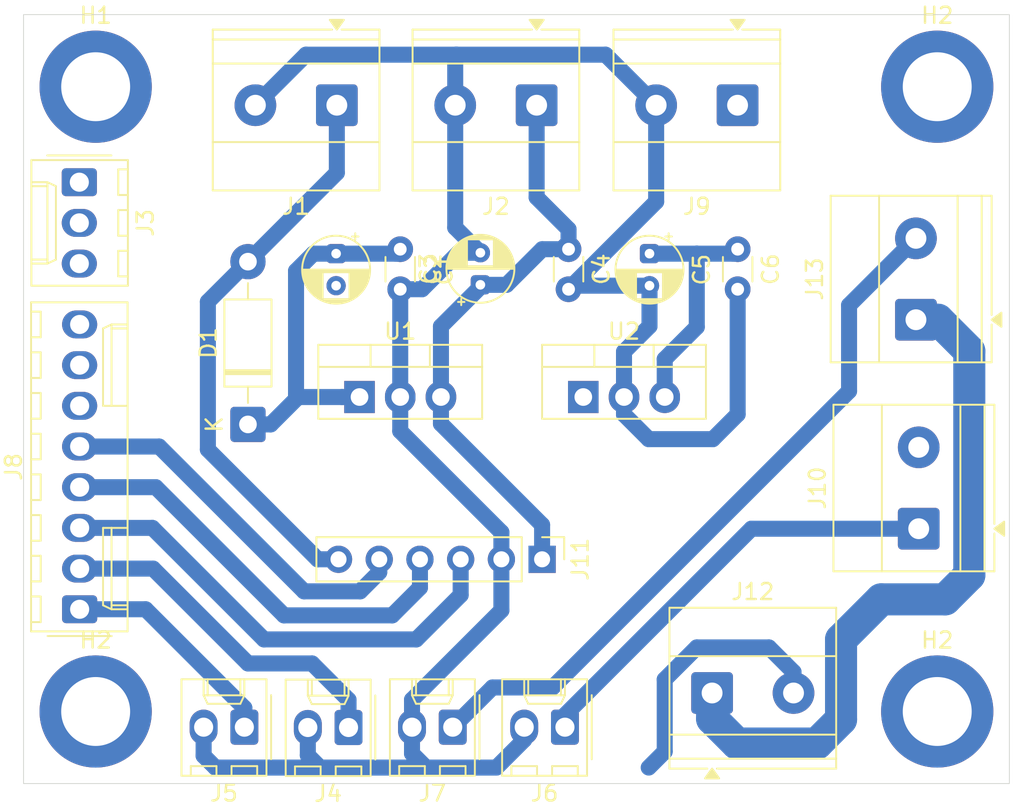
<source format=kicad_pcb>
(kicad_pcb (version 20241229) (generator "pcbnew") (generator_version "9.0")
  (layers (0 "F.Cu" signal) (2 "B.Cu" signal) (13 "F.Paste" user) (15 "B.Paste" user) (5 "F.SilkS" user "F.Silkscreen") (7 "B.SilkS" user "B.Silkscreen") (1 "F.Mask" user) (3 "B.Mask" user) (25 "Edge.Cuts" user))
  (net 0 "")
  (net 1 "GND")
  (net 2 "Net-(D1-K)")
  (net 3 "+5V")
  (net 4 "+9V")
  (net 5 "+12V")
  (net 6 "A9")
  (net 7 "B12")
  (net 8 "A11")
  (net 9 "B13_R")
  (net 10 "B15_R")
  (net 11 "PIN_LAMPARA")
  (net 12 "B15")
  (net 13 "B13")
  (net 15 "+12V_R")
  (footprint "TerminalBlock_Phoenix:TerminalBlock_Phoenix_MKDS-1,5-2-5.08_1x02_P5.08mm_Horizontal" (layer "F.Cu") (at 62.045 26.155 180)
    (property "Reference" "J9" (at 2.54 -6.32 0) (layer "F.SilkS"))
    (property "Value" "9V_OUT")
    (pad "1" thru_hole roundrect (at 0 0 180) (size 2.6 2.6) (drill 1.3) (layers "*.Cu" "*.Mask") (roundrect_rratio 0.096154) (net 4 "+9V"))
    (pad "2" thru_hole circle (at 5.08 0 180) (size 2.6 2.6) (drill 1.3) (layers "*.Cu" "*.Mask") (net 1 "GND"))
  )
  (footprint "Connector_Molex:Molex_KK-254_AE-6410-02A_1x02_P2.54mm_Vertical" (layer "F.Cu") (at 51.275 64.98 180)
    (property "Reference" "J6" (at 1.27 -4.12 0) (layer "F.SilkS"))
    (property "Value" "Humidificador")
    (pad "1" thru_hole roundrect (at 0 0 180) (size 1.74 2.19) (drill 1.19) (layers "*.Cu" "*.Mask") (roundrect_rratio 0.143678) (net 9 "B13_R"))
    (pad "2" thru_hole oval (at 2.54 0 180) (size 1.74 2.19) (drill 1.19) (layers "*.Cu" "*.Mask") (net 1 "GND"))
  )
  (footprint "Capacitor_THT:C_Disc_D3.0mm_W1.6mm_P2.50mm" (layer "F.Cu") (at 62.05 35.142599 -90)
    (property "Reference" "C6" (at 1.25 -2.05 90) (layer "F.SilkS"))
    (property "Value" "0.1uF")
    (pad "1" thru_hole circle (at 0 0 270) (size 1.6 1.6) (drill 0.8) (layers "*.Cu" "*.Mask") (net 4 "+9V"))
    (pad "2" thru_hole circle (at 2.5 0 270) (size 1.6 1.6) (drill 0.8) (layers "*.Cu" "*.Mask") (net 1 "GND"))
  )
  (footprint "MountingHole:MountingHole_4.3mm_M4_ISO14580_Pad_TopBottom" (layer "F.Cu") (at 74.5 64)
    (property "Reference" "H2" (at 0 -4.45 0) (layer "F.SilkS"))
    (property "Value" "MountingHole_4.3mm_M4_ISO14580_Pad_TopBottom" (hide yes))
    (pad "1" thru_hole circle (at 0 0) (size 4.7 4.7) (drill 4.3) (layers "*.Cu" "*.Mask"))
    (pad "1" connect circle (at 0 0) (size 7 7) (layers "F.Cu" "F.Mask"))
    (pad "1" connect circle (at 0 0) (size 7 7) (layers "B.Cu" "B.Mask"))
  )
  (footprint "Connector_Molex:Molex_KK-254_AE-6410-02A_1x02_P2.54mm_Vertical" (layer "F.Cu") (at 37.775 65 180)
    (property "Reference" "J4" (at 1.27 -4.12 0) (layer "F.SilkS"))
    (property "Value" "Buzzer")
    (pad "1" thru_hole roundrect (at 0 0 180) (size 1.74 2.19) (drill 1.19) (layers "*.Cu" "*.Mask") (roundrect_rratio 0.143678) (net 7 "B12"))
    (pad "2" thru_hole oval (at 2.54 0 180) (size 1.74 2.19) (drill 1.19) (layers "*.Cu" "*.Mask") (net 1 "GND"))
  )
  (footprint "TerminalBlock_Phoenix:TerminalBlock_Phoenix_MKDS-1,5-2-5.08_1x02_P5.08mm_Horizontal" (layer "F.Cu") (at 60.455 62.845)
    (property "Reference" "J12" (at 2.54 -6.32 0) (layer "F.SilkS"))
    (property "Value" "Motor")
    (pad "1" thru_hole roundrect (at 0 0) (size 2.6 2.6) (drill 1.3) (layers "*.Cu" "*.Mask") (roundrect_rratio 0.096154) (net 15 "+12V_R"))
    (pad "2" thru_hole circle (at 5.08 0) (size 2.6 2.6) (drill 1.3) (layers "*.Cu" "*.Mask") (net 1 "GND"))
  )
  (footprint "Capacitor_THT:C_Disc_D3.0mm_W1.6mm_P2.50mm" (layer "F.Cu") (at 51.5 35.142599 -90)
    (property "Reference" "C4" (at 1.25 -2.05 90) (layer "F.SilkS"))
    (property "Value" "0.1uF")
    (pad "1" thru_hole circle (at 0 0 270) (size 1.6 1.6) (drill 0.8) (layers "*.Cu" "*.Mask") (net 3 "+5V"))
    (pad "2" thru_hole circle (at 2.5 0 270) (size 1.6 1.6) (drill 0.8) (layers "*.Cu" "*.Mask") (net 1 "GND"))
  )
  (footprint "Capacitor_THT:CP_Radial_D4.0mm_P2.00mm" (layer "F.Cu") (at 56.55 35.42 -90)
    (property "Reference" "C5" (at 1 -3.25 90) (layer "F.SilkS"))
    (property "Value" "10uF")
    (pad "1" thru_hole roundrect (at 0 0 270) (size 1.2 1.2) (drill 0.6) (layers "*.Cu" "*.Mask") (roundrect_rratio 0.208333) (net 4 "+9V"))
    (pad "2" thru_hole circle (at 2 0 270) (size 1.2 1.2) (drill 0.6) (layers "*.Cu" "*.Mask") (net 1 "GND"))
  )
  (footprint "MountingHole:MountingHole_4.3mm_M4_ISO14580_Pad_TopBottom" (layer "F.Cu") (at 74.5 25)
    (property "Reference" "H2" (at 0 -4.45 0) (layer "F.SilkS"))
    (property "Value" "MountingHole_4.3mm_M4_ISO14580_Pad_TopBottom" (hide yes))
    (pad "1" thru_hole circle (at 0 0) (size 4.7 4.7) (drill 4.3) (layers "*.Cu" "*.Mask"))
    (pad "1" connect circle (at 0 0) (size 7 7) (layers "F.Cu" "F.Mask"))
    (pad "1" connect circle (at 0 0) (size 7 7) (layers "B.Cu" "B.Mask"))
  )
  (footprint "Connector_Molex:Molex_KK-254_AE-6410-02A_1x02_P2.54mm_Vertical" (layer "F.Cu") (at 31.275 64.98 180)
    (property "Reference" "J5" (at 1.27 -4.12 0) (layer "F.SilkS"))
    (property "Value" "Tx")
    (pad "1" thru_hole roundrect (at 0 0 180) (size 1.74 2.19) (drill 1.19) (layers "*.Cu" "*.Mask") (roundrect_rratio 0.143678) (net 8 "A11"))
    (pad "2" thru_hole oval (at 2.54 0 180) (size 1.74 2.19) (drill 1.19) (layers "*.Cu" "*.Mask") (net 1 "GND"))
  )
  (footprint "TerminalBlock_Phoenix:TerminalBlock_Phoenix_MKDS-1,5-2-5.08_1x02_P5.08mm_Horizontal" (layer "F.Cu") (at 49.51 26.155 180)
    (property "Reference" "J2" (at 2.54 -6.32 0) (layer "F.SilkS"))
    (property "Value" "5V_OUT")
    (pad "1" thru_hole roundrect (at 0 0 180) (size 2.6 2.6) (drill 1.3) (layers "*.Cu" "*.Mask") (roundrect_rratio 0.096154) (net 3 "+5V"))
    (pad "2" thru_hole circle (at 5.08 0 180) (size 2.6 2.6) (drill 1.3) (layers "*.Cu" "*.Mask") (net 1 "GND"))
  )
  (footprint "Package_TO_SOT_THT:TO-220-3_Vertical" (layer "F.Cu") (at 38.46 44.37)
    (property "Reference" "U1" (at 2.54 -4.1 0) (layer "F.SilkS"))
    (property "Value" "LM7805_TO220")
    (pad "1" thru_hole rect (at 0 0) (size 1.905 2) (drill 1.1) (layers "*.Cu" "*.Mask") (net 2 "Net-(D1-K)"))
    (pad "2" thru_hole oval (at 2.54 0) (size 1.905 2) (drill 1.1) (layers "*.Cu" "*.Mask") (net 1 "GND"))
    (pad "3" thru_hole oval (at 5.08 0) (size 1.905 2) (drill 1.1) (layers "*.Cu" "*.Mask") (net 3 "+5V"))
  )
  (footprint "TerminalBlock_Phoenix:TerminalBlock_Phoenix_MKDS-1,5-2-5.08_1x02_P5.08mm_Horizontal" (layer "F.Cu") (at 37.045 26.155 180)
    (property "Reference" "J1" (at 2.54 -6.32 0) (layer "F.SilkS"))
    (property "Value" "12V_IN")
    (pad "1" thru_hole roundrect (at 0 0 180) (size 2.6 2.6) (drill 1.3) (layers "*.Cu" "*.Mask") (roundrect_rratio 0.096154) (net 5 "+12V"))
    (pad "2" thru_hole circle (at 5.08 0 180) (size 2.6 2.6) (drill 1.3) (layers "*.Cu" "*.Mask") (net 1 "GND"))
  )
  (footprint "TerminalBlock_Phoenix:TerminalBlock_Phoenix_MKDS-1,5-2-5.08_1x02_P5.08mm_Horizontal" (layer "F.Cu") (at 73.1725 39.545 90)
    (property "Reference" "J13" (at 2.54 -6.32 90) (layer "F.SilkS"))
    (property "Value" "Retorno_2")
    (pad "1" thru_hole roundrect (at 0 0 90) (size 2.6 2.6) (drill 1.3) (layers "*.Cu" "*.Mask") (roundrect_rratio 0.096154) (net 15 "+12V_R"))
    (pad "2" thru_hole circle (at 5.08 0 90) (size 2.6 2.6) (drill 1.3) (layers "*.Cu" "*.Mask") (net 10 "B15_R"))
  )
  (footprint "Capacitor_THT:C_Disc_D3.0mm_W1.6mm_P2.50mm" (layer "F.Cu") (at 41 35.142599 -90)
    (property "Reference" "C2" (at 1.25 -2.05 90) (layer "F.SilkS"))
    (property "Value" "0.1uF")
    (pad "1" thru_hole circle (at 0 0 270) (size 1.6 1.6) (drill 0.8) (layers "*.Cu" "*.Mask") (net 2 "Net-(D1-K)"))
    (pad "2" thru_hole circle (at 2.5 0 270) (size 1.6 1.6) (drill 0.8) (layers "*.Cu" "*.Mask") (net 1 "GND"))
  )
  (footprint "Connector_Molex:Molex_KK-254_AE-6410-03A_1x03_P2.54mm_Vertical" (layer "F.Cu") (at 20.98 30.96 -90)
    (property "Reference" "J3" (at 2.54 -4.12 90) (layer "F.SilkS"))
    (property "Value" "DHT11")
    (pad "1" thru_hole roundrect (at 0 0 270) (size 1.74 2.19) (drill 1.19) (layers "*.Cu" "*.Mask") (roundrect_rratio 0.143678) (net 3 "+5V"))
    (pad "2" thru_hole oval (at 2.54 0 270) (size 1.74 2.19) (drill 1.19) (layers "*.Cu" "*.Mask") (net 6 "A9"))
    (pad "3" thru_hole oval (at 5.08 0 270) (size 1.74 2.19) (drill 1.19) (layers "*.Cu" "*.Mask") (net 1 "GND"))
  )
  (footprint "Capacitor_THT:CP_Radial_D4.0mm_P2.00mm" (layer "F.Cu") (at 46 37.365198 90)
    (property "Reference" "C3" (at 1 -3.25 90) (layer "F.SilkS"))
    (property "Value" "10uF")
    (pad "1" thru_hole roundrect (at 0 0 90) (size 1.2 1.2) (drill 0.6) (layers "*.Cu" "*.Mask") (roundrect_rratio 0.208333) (net 3 "+5V"))
    (pad "2" thru_hole circle (at 2 0 90) (size 1.2 1.2) (drill 0.6) (layers "*.Cu" "*.Mask") (net 1 "GND"))
  )
  (footprint "MountingHole:MountingHole_4.3mm_M4_ISO14580_Pad_TopBottom" (layer "F.Cu") (at 22 25)
    (property "Reference" "H1" (at 0 -4.45 0) (layer "F.SilkS"))
    (property "Value" "MountingHole_4.3mm_M4_ISO14580_Pad_TopBottom" (hide yes))
    (pad "1" thru_hole circle (at 0 0) (size 4.7 4.7) (drill 4.3) (layers "*.Cu" "*.Mask"))
    (pad "1" connect circle (at 0 0) (size 7 7) (layers "F.Cu" "F.Mask"))
    (pad "1" connect circle (at 0 0) (size 7 7) (layers "B.Cu" "B.Mask"))
  )
  (footprint "Capacitor_THT:CP_Radial_D4.0mm_P2.00mm" (layer "F.Cu") (at 37 35.42 -90)
    (property "Reference" "C1" (at 1 -6.75 90) (layer "F.SilkS"))
    (property "Value" "0.22uF")
    (pad "1" thru_hole roundrect (at 0 0 270) (size 1.2 1.2) (drill 0.6) (layers "*.Cu" "*.Mask") (roundrect_rratio 0.208333) (net 2 "Net-(D1-K)"))
    (pad "2" thru_hole circle (at 2 0 270) (size 1.2 1.2) (drill 0.6) (layers "*.Cu" "*.Mask") (net 1 "GND"))
  )
  (footprint "MountingHole:MountingHole_4.3mm_M4_ISO14580_Pad_TopBottom" (layer "F.Cu") (at 22 64)
    (property "Reference" "H2" (at 0 -4.45 0) (layer "F.SilkS"))
    (property "Value" "MountingHole_4.3mm_M4_ISO14580_Pad_TopBottom" (hide yes))
    (pad "1" thru_hole circle (at 0 0) (size 4.7 4.7) (drill 4.3) (layers "*.Cu" "*.Mask"))
    (pad "1" connect circle (at 0 0) (size 7 7) (layers "F.Cu" "F.Mask"))
    (pad "1" connect circle (at 0 0) (size 7 7) (layers "B.Cu" "B.Mask"))
  )
  (footprint "Connector_PinHeader_2.54mm:PinHeader_1x06_P2.54mm_Vertical" (layer "F.Cu") (at 49.85 54.5 -90)
    (property "Reference" "J11" (at 0 -2.38 90) (layer "F.SilkS"))
    (property "Value" "Modulo_Relays")
    (pad "1" thru_hole rect (at 0 0 270) (size 1.7 1.7) (drill 1) (layers "*.Cu" "*.Mask") (net 3 "+5V"))
    (pad "2" thru_hole circle (at 0 2.54 270) (size 1.7 1.7) (drill 1) (layers "*.Cu" "*.Mask") (net 1 "GND"))
    (pad "3" thru_hole circle (at 0 5.08 270) (size 1.7 1.7) (drill 1) (layers "*.Cu" "*.Mask") (net 12 "B15"))
    (pad "4" thru_hole circle (at 0 7.62 270) (size 1.7 1.7) (drill 1) (layers "*.Cu" "*.Mask") (net 13 "B13"))
    (pad "5" thru_hole circle (at 0 10.16 270) (size 1.7 1.7) (drill 1) (layers "*.Cu" "*.Mask") (net 11 "PIN_LAMPARA"))
    (pad "6" thru_hole circle (at 0 12.7 270) (size 1.7 1.7) (drill 1) (layers "*.Cu" "*.Mask") (net 5 "+12V"))
  )
  (footprint "Package_TO_SOT_THT:TO-220-3_Vertical" (layer "F.Cu") (at 52.42 44.37)
    (property "Reference" "U2" (at 2.54 -4.1 0) (layer "F.SilkS"))
    (property "Value" "LM7809_TO220")
    (pad "1" thru_hole rect (at 0 0) (size 1.905 2) (drill 1.1) (layers "*.Cu" "*.Mask") (net 2 "Net-(D1-K)"))
    (pad "2" thru_hole oval (at 2.54 0) (size 1.905 2) (drill 1.1) (layers "*.Cu" "*.Mask") (net 1 "GND"))
    (pad "3" thru_hole oval (at 5.08 0) (size 1.905 2) (drill 1.1) (layers "*.Cu" "*.Mask") (net 4 "+9V"))
  )
  (footprint "Connector_Molex:Molex_KK-254_AE-6410-02A_1x02_P2.54mm_Vertical" (layer "F.Cu") (at 44.275 64.98 180)
    (property "Reference" "J7" (at 1.27 -4.12 0) (layer "F.SilkS"))
    (property "Value" "Cooler")
    (pad "1" thru_hole roundrect (at 0 0 180) (size 1.74 2.19) (drill 1.19) (layers "*.Cu" "*.Mask") (roundrect_rratio 0.143678) (net 10 "B15_R"))
    (pad "2" thru_hole oval (at 2.54 0 180) (size 1.74 2.19) (drill 1.19) (layers "*.Cu" "*.Mask") (net 1 "GND"))
  )
  (footprint "TerminalBlock_Phoenix:TerminalBlock_Phoenix_MKDS-1,5-2-5.08_1x02_P5.08mm_Horizontal" (layer "F.Cu") (at 73.345 52.59 90)
    (property "Reference" "J10" (at 2.54 -6.32 90) (layer "F.SilkS"))
    (property "Value" "Retorno_1")
    (pad "1" thru_hole roundrect (at 0 0 90) (size 2.6 2.6) (drill 1.3) (layers "*.Cu" "*.Mask") (roundrect_rratio 0.096154) (net 9 "B13_R"))
    (pad "2" thru_hole circle (at 5.08 0 90) (size 2.6 2.6) (drill 1.3) (layers "*.Cu" "*.Mask"))
  )
  (footprint "Connector_Molex:Molex_KK-254_AE-6410-08A_1x08_P2.54mm_Vertical" (layer "F.Cu") (at 21 57.62 90)
    (property "Reference" "J8" (at 8.89 -4.12 90) (layer "F.SilkS"))
    (property "Value" "Nucleo")
    (pad "1" thru_hole roundrect (at 0 0 90) (size 1.74 2.19) (drill 1.19) (layers "*.Cu" "*.Mask") (roundrect_rratio 0.143678) (net 8 "A11"))
    (pad "2" thru_hole oval (at 2.54 0 90) (size 1.74 2.19) (drill 1.19) (layers "*.Cu" "*.Mask") (net 7 "B12"))
    (pad "3" thru_hole oval (at 5.08 0 90) (size 1.74 2.19) (drill 1.19) (layers "*.Cu" "*.Mask") (net 12 "B15"))
    (pad "4" thru_hole oval (at 7.62 0 90) (size 1.74 2.19) (drill 1.19) (layers "*.Cu" "*.Mask") (net 13 "B13"))
    (pad "5" thru_hole oval (at 10.16 0 90) (size 1.74 2.19) (drill 1.19) (layers "*.Cu" "*.Mask") (net 11 "PIN_LAMPARA"))
    (pad "6" thru_hole oval (at 12.7 0 90) (size 1.74 2.19) (drill 1.19) (layers "*.Cu" "*.Mask") (net 6 "A9"))
    (pad "7" thru_hole oval (at 15.24 0 90) (size 1.74 2.19) (drill 1.19) (layers "*.Cu" "*.Mask") (net 4 "+9V"))
    (pad "8" thru_hole oval (at 17.78 0 90) (size 1.74 2.19) (drill 1.19) (layers "*.Cu" "*.Mask") (net 1 "GND"))
  )
  (footprint "Diode_THT:D_DO-41_SOD81_P10.16mm_Horizontal" (layer "F.Cu") (at 31.5 46.08 90)
    (property "Reference" "D1" (at 5.08 -2.47 90) (layer "F.SilkS"))
    (property "Value" "1N5819")
    (fp_text user "K" (at 0 -2.1 90) (layer "F.SilkS"))
    (pad "1" thru_hole roundrect (at 0 0 90) (size 2.2 2.2) (drill 1.1) (layers "*.Cu" "*.Mask") (roundrect_rratio 0.113636) (net 2 "Net-(D1-K)"))
    (pad "2" thru_hole circle (at 10.16 0 90) (size 2.2 2.2) (drill 1.1) (layers "*.Cu" "*.Mask") (net 5 "+12V"))
  )
  (gr_rect (start 17.5 20.5) (end 79 68.5) (stroke (width 0.05)) (fill no) (layer "Edge.Cuts"))
  (segment (start 47.31 57.69) (end 47.31 54.5) (width 1) (layer "B.Cu") (net 1))
  (segment (start 54.96 44.37) (end 54.96 45.46) (width 1) (layer "B.Cu") (net 1))
  (segment (start 54.96 45.46) (end 56.5 47) (width 1) (layer "B.Cu") (net 1))
  (segment (start 64 60) (end 59.5 60) (width 1) (layer "B.Cu") (net 1))
  (segment (start 44.43 26.155) (end 44.43 23.07) (width 1) (layer "B.Cu") (net 1))
  (segment (start 47 67.5) (end 42.61 67.5) (width 1) (layer "B.Cu") (net 1))
  (segment (start 44.43 23.07) (end 44.5 23) (width 1) (layer "B.Cu") (net 1))
  (segment (start 35.235 65) (end 35.235 66.735) (width 1) (layer "B.Cu") (net 1))
  (segment (start 28.735 64.98) (end 28.735 66.765) (width 1) (layer "B.Cu") (net 1))
  (segment (start 65.535 62.845) (end 65.535 61.535) (width 1) (layer "B.Cu") (net 1))
  (segment (start 56.55 39.95) (end 54.96 41.54) (width 1) (layer "B.Cu") (net 1))
  (segment (start 41 44.37) (end 41 46.5) (width 1) (layer "B.Cu") (net 1))
  (segment (start 56.965 32.177599) (end 51.5 37.642599) (width 1) (layer "B.Cu") (net 1))
  (segment (start 53.81 23) (end 56.965 26.155) (width 1) (layer "B.Cu") (net 1))
  (segment (start 29.47 67.5) (end 36 67.5) (width 1) (layer "B.Cu") (net 1))
  (segment (start 48.735 64.98) (end 48.735 65.765) (width 1) (layer "B.Cu") (net 1))
  (segment (start 41.735 63.265) (end 47.31 57.69) (width 1) (layer "B.Cu") (net 1))
  (segment (start 28.735 66.765) (end 29.47 67.5) (width 1) (layer "B.Cu") (net 1))
  (segment (start 42.357401 37.642599) (end 44.634802 35.365198) (width 1) (layer "B.Cu") (net 1))
  (segment (start 54.96 41.54) (end 54.96 44.37) (width 1) (layer "B.Cu") (net 1))
  (segment (start 31.965 26.155) (end 35.12 23) (width 1) (layer "B.Cu") (net 1))
  (segment (start 44.5 23) (end 53.81 23) (width 1) (layer "B.Cu") (net 1))
  (segment (start 47.31 52.81) (end 47.31 54.5) (width 1) (layer "B.Cu") (net 1))
  (segment (start 35.12 23) (end 44.5 23) (width 1) (layer "B.Cu") (net 1))
  (segment (start 56.55 37.42) (end 56.55 39.95) (width 1) (layer "B.Cu") (net 1))
  (segment (start 41.735 66.625) (end 41.735 64.98) (width 1) (layer "B.Cu") (net 1))
  (segment (start 41.735 64.98) (end 41.735 63.265) (width 1) (layer "B.Cu") (net 1))
  (segment (start 48.735 65.765) (end 47 67.5) (width 1) (layer "B.Cu") (net 1))
  (segment (start 60.5 47) (end 62.05 45.45) (width 1) (layer "B.Cu") (net 1))
  (segment (start 44.634802 35.365198) (end 46 35.365198) (width 1) (layer "B.Cu") (net 1))
  (segment (start 59.5 60) (end 57.5 62) (width 1) (layer "B.Cu") (net 1))
  (segment (start 51.722599 37.42) (end 51.5 37.642599) (width 1) (layer "B.Cu") (net 1))
  (segment (start 54.96 44.37) (end 55 44.37) (width 1) (layer "B.Cu") (net 1))
  (segment (start 57.5 66.5) (end 56.5 67.5) (width 1) (layer "B.Cu") (net 1))
  (segment (start 42.61 67.5) (end 41.735 66.625) (width 1) (layer "B.Cu") (net 1))
  (segment (start 41 37.642599) (end 41 44.37) (width 1) (layer "B.Cu") (net 1))
  (segment (start 62.05 45.45) (end 62.05 37.642599) (width 1) (layer "B.Cu") (net 1))
  (segment (start 56.55 37.42) (end 51.722599 37.42) (width 1) (layer "B.Cu") (net 1))
  (segment (start 44.43 26.155) (end 44.43 33.795198) (width 1) (layer "B.Cu") (net 1))
  (segment (start 57.5 62) (end 57.5 66.5) (width 1) (layer "B.Cu") (net 1))
  (segment (start 56.965 26.155) (end 56.965 32.177599) (width 1) (layer "B.Cu") (net 1))
  (segment (start 56.5 47) (end 60.5 47) (width 1) (layer "B.Cu") (net 1))
  (segment (start 44.43 33.795198) (end 46 35.365198) (width 1) (layer "B.Cu") (net 1))
  (segment (start 35.235 66.735) (end 36 67.5) (width 1) (layer "B.Cu") (net 1))
  (segment (start 41 37.642599) (end 42.357401 37.642599) (width 1) (layer "B.Cu") (net 1))
  (segment (start 65.535 61.535) (end 64 60) (width 1) (layer "B.Cu") (net 1))
  (segment (start 41 46.5) (end 47.31 52.81) (width 1) (layer "B.Cu") (net 1))
  (segment (start 51.277401 37.42) (end 51.5 37.642599) (width 1) (layer "B.Cu") (net 1))
  (segment (start 36 67.5) (end 42.61 67.5) (width 1) (layer "B.Cu") (net 1))
  (segment (start 40.722599 35.42) (end 41 35.142599) (width 1) (layer "B.Cu") (net 2))
  (segment (start 37.37 44.37) (end 38.46 44.37) (width 1) (layer "B.Cu") (net 2))
  (segment (start 34.63 44.37) (end 37.37 44.37) (width 1) (layer "B.Cu") (net 2))
  (segment (start 34.5 36.5) (end 34.5 44.24) (width 1) (layer "B.Cu") (net 2))
  (segment (start 35.58 35.42) (end 34.5 36.5) (width 1) (layer "B.Cu") (net 2))
  (segment (start 34.5 44.24) (end 34.63 44.37) (width 1) (layer "B.Cu") (net 2))
  (segment (start 37 35.42) (end 40.722599 35.42) (width 1) (layer "B.Cu") (net 2))
  (segment (start 37 35.42) (end 35.58 35.42) (width 1) (layer "B.Cu") (net 2))
  (segment (start 31.5 46.08) (end 32.92 46.08) (width 1) (layer "B.Cu") (net 2))
  (segment (start 32.92 46.08) (end 34.63 44.37) (width 1) (layer "B.Cu") (net 2))
  (segment (start 49.857401 35.142599) (end 51.5 35.142599) (width 1) (layer "B.Cu") (net 3))
  (segment (start 49.51 26.155) (end 49.51 31.91) (width 1) (layer "B.Cu") (net 3))
  (segment (start 51.5 33.9) (end 49.51 31.91) (width 1) (layer "B.Cu") (net 3))
  (segment (start 46 37.5) (end 43.54 39.96) (width 1) (layer "B.Cu") (net 3))
  (segment (start 49.85 52.35) (end 49.85 54.5) (width 1) (layer "B.Cu") (net 3))
  (segment (start 47.634802 37.365198) (end 49.857401 35.142599) (width 1) (layer "B.Cu") (net 3))
  (segment (start 46 37.365198) (end 46 37.5) (width 1) (layer "B.Cu") (net 3))
  (segment (start 46 37.365198) (end 47.634802 37.365198) (width 1) (layer "B.Cu") (net 3))
  (segment (start 43.54 44.37) (end 43.54 46.04) (width 1) (layer "B.Cu") (net 3))
  (segment (start 51.5 35.142599) (end 51.5 33.9) (width 1) (layer "B.Cu") (net 3))
  (segment (start 43.54 39.96) (end 43.54 44.37) (width 1) (layer "B.Cu") (net 3))
  (segment (start 43.54 46.04) (end 49.85 52.35) (width 1) (layer "B.Cu") (net 3))
  (segment (start 59.5 40) (end 59.5 35.42) (width 1) (layer "B.Cu") (net 4))
  (segment (start 57.5 42) (end 59.5 40) (width 1) (layer "B.Cu") (net 4))
  (segment (start 61.772599 35.42) (end 62.05 35.142599) (width 1) (layer "B.Cu") (net 4))
  (segment (start 56.55 35.42) (end 59.5 35.42) (width 1) (layer "B.Cu") (net 4))
  (segment (start 59.5 35.42) (end 61.772599 35.42) (width 1) (layer "B.Cu") (net 4))
  (segment (start 57.5 44.37) (end 57.5 42) (width 1) (layer "B.Cu") (net 4))
  (segment (start 37.045 30.375) (end 31.5 35.92) (width 1) (layer "B.Cu") (net 5))
  (segment (start 31.5 35.92) (end 29 38.42) (width 1) (layer "B.Cu") (net 5))
  (segment (start 29 38.42) (end 29 47.650765) (width 1) (layer "B.Cu") (net 5))
  (segment (start 35.849235 54.5) (end 37.15 54.5) (width 1) (layer "B.Cu") (net 5))
  (segment (start 37.045 26.155) (end 37.045 30.375) (width 1) (layer "B.Cu") (net 5))
  (segment (start 29 47.650765) (end 35.849235 54.5) (width 1) (layer "B.Cu") (net 5))
  (segment (start 37.775 63.275) (end 35.5 61) (width 1) (layer "B.Cu") (net 7))
  (segment (start 31.5 61) (end 25.58 55.08) (width 1) (layer "B.Cu") (net 7))
  (segment (start 37.775 65) (end 37.775 63.275) (width 1) (layer "B.Cu") (net 7))
  (segment (start 35.5 61) (end 31.5 61) (width 1) (layer "B.Cu") (net 7))
  (segment (start 25.58 55.08) (end 21 55.08) (width 1) (layer "B.Cu") (net 7))
  (segment (start 25.12 57.62) (end 21 57.62) (width 1) (layer "B.Cu") (net 8))
  (segment (start 31.275 64.98) (end 31.275 63.775) (width 1) (layer "B.Cu") (net 8))
  (segment (start 31.275 63.775) (end 25.12 57.62) (width 1) (layer "B.Cu") (net 8))
  (segment (start 51.275 64.98) (end 51.275 64.225) (width 1) (layer "B.Cu") (net 9))
  (segment (start 51.275 64.225) (end 62.91 52.59) (width 1) (layer "B.Cu") (net 9))
  (segment (start 73.345 52.59) (end 62.91 52.59) (width 1) (layer "B.Cu") (net 9))
  (segment (start 44.275 64.98) (end 46.755 62.5) (width 1) (layer "B.Cu") (net 10))
  (segment (start 46.755 62.5) (end 50.5 62.5) (width 1) (layer "B.Cu") (net 10))
  (segment (start 69 44) (end 69 38.6375) (width 1) (layer "B.Cu") (net 10))
  (segment (start 50.5 62.5) (end 69 44) (width 1) (layer "B.Cu") (net 10))
  (segment (start 69 38.6375) (end 73.1725 34.465) (width 1) (layer "B.Cu") (net 10))
  (segment (start 25.96 47.46) (end 21 47.46) (width 1) (layer "B.Cu") (net 11))
  (segment (start 38.5 56.5) (end 35 56.5) (width 1) (layer "B.Cu") (net 11))
  (segment (start 39.69 55.31) (end 38.5 56.5) (width 1) (layer "B.Cu") (net 11))
  (segment (start 35 56.5) (end 25.96 47.46) (width 1) (layer "B.Cu") (net 11))
  (segment (start 39.69 54.5) (end 39.69 55.31) (width 1) (layer "B.Cu") (net 11))
  (segment (start 42 59.5) (end 32.5 59.5) (width 1) (layer "B.Cu") (net 12))
  (segment (start 44.77 56.73) (end 42 59.5) (width 1) (layer "B.Cu") (net 12))
  (segment (start 44.77 54.5) (end 44.77 56.73) (width 1) (layer "B.Cu") (net 12))
  (segment (start 25.54 52.54) (end 21 52.54) (width 1) (layer "B.Cu") (net 12))
  (segment (start 32.5 59.5) (end 25.54 52.54) (width 1) (layer "B.Cu") (net 12))
  (segment (start 25.75 50) (end 21 50) (width 1) (layer "B.Cu") (net 13))
  (segment (start 42.23 56.27) (end 40.5 58) (width 1) (layer "B.Cu") (net 13))
  (segment (start 42.23 54.5) (end 42.23 56.27) (width 1) (layer "B.Cu") (net 13))
  (segment (start 33.75 58) (end 25.75 50) (width 1) (layer "B.Cu") (net 13))
  (segment (start 40.5 58) (end 33.75 58) (width 1) (layer "B.Cu") (net 13))
  (segment (start 76.5 55.5) (end 75 57) (width 2) (layer "B.Cu") (net 15))
  (segment (start 68.5 64.5) (end 67 66) (width 2) (layer "B.Cu") (net 15))
  (segment (start 68.5 59.5) (end 68.5 64.5) (width 2) (layer "B.Cu") (net 15))
  (segment (start 74.545 39.545) (end 76.5 41.5) (width 2) (layer "B.Cu") (net 15))
  (segment (start 76.5 41.5) (end 76.5 55.5) (width 2) (layer "B.Cu") (net 15))
  (segment (start 75 57) (end 71 57) (width 2) (layer "B.Cu") (net 15))
  (segment (start 71 57) (end 68.5 59.5) (width 2) (layer "B.Cu") (net 15))
  (segment (start 67 66) (end 62 66) (width 2) (layer "B.Cu") (net 15))
  (segment (start 62 66) (end 60.455 64.455) (width 2) (layer "B.Cu") (net 15))
  (segment (start 73 23.885) (end 74.385 23.885) (width 2) (layer "B.Cu") (net 15))
  (segment (start 73.1725 39.545) (end 74.545 39.545) (width 2) (layer "B.Cu") (net 15))
  (segment (start 60.455 64.455) (end 60.455 62.845) (width 2) (layer "B.Cu") (net 15))
  (segment (start 74.385 23.885) (end 76.5 26) (width 2) (layer "B.Cu") (net 15))
)
</source>
